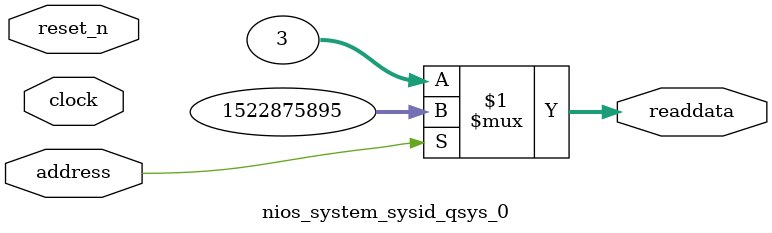
<source format=v>



// synthesis translate_off
`timescale 1ns / 1ps
// synthesis translate_on

// turn off superfluous verilog processor warnings 
// altera message_level Level1 
// altera message_off 10034 10035 10036 10037 10230 10240 10030 

module nios_system_sysid_qsys_0 (
               // inputs:
                address,
                clock,
                reset_n,

               // outputs:
                readdata
             )
;

  output  [ 31: 0] readdata;
  input            address;
  input            clock;
  input            reset_n;

  wire    [ 31: 0] readdata;
  //control_slave, which is an e_avalon_slave
  assign readdata = address ? 1522875895 : 3;

endmodule



</source>
